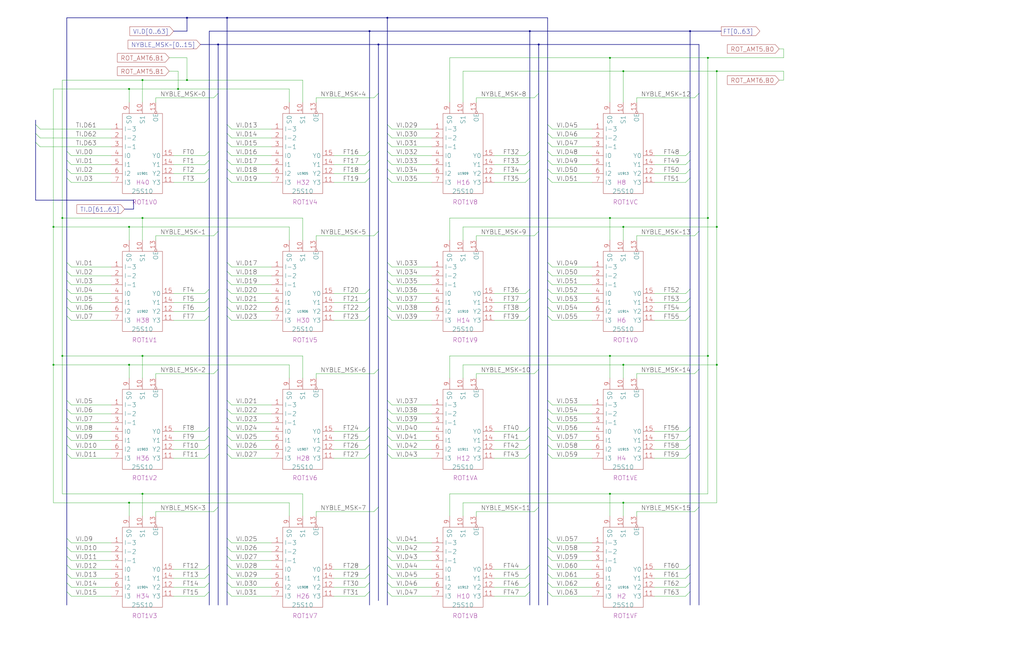
<source format=kicad_sch>
(kicad_sch (version 20250114) (generator "eeschema") (generator_version "9.0")
  (paper "User" 584.2 378.46)
  (title_block (title "ROTATOR TIER1/VALUE HALF") (date "20-MAR-90") (rev "1.0") (comment 1 "FIU") (comment 2 "232-003065") (comment 3 "S400") (comment 4 "RELEASED"))
  (junction (at 73.66 208.28))
  (junction (at 73.66 287.02))
  (junction (at 210.82 17.78))
  (junction (at 106.68 45.72))
  (junction (at 129.54 10.16))
  (junction (at 347.98 203.2))
  (junction (at 408.94 129.54))
  (junction (at 220.98 10.16))
  (junction (at 81.28 203.2))
  (junction (at 393.7 17.78))
  (junction (at 355.6 40.64))
  (junction (at 35.56 203.2))
  (junction (at 73.66 50.8))
  (junction (at 81.28 281.94))
  (junction (at 347.98 124.46))
  (junction (at 81.28 45.72))
  (junction (at 403.86 33.02))
  (junction (at 30.48 129.54))
  (junction (at 408.94 40.64))
  (junction (at 215.9 25.4))
  (junction (at 81.28 124.46))
  (junction (at 35.56 124.46))
  (junction (at 106.68 10.16))
  (junction (at 347.98 33.02))
  (junction (at 355.6 208.28))
  (junction (at 403.86 124.46))
  (junction (at 355.6 129.54))
  (junction (at 30.48 208.28))
  (junction (at 302.26 17.78))
  (junction (at 408.94 208.28))
  (junction (at 124.46 25.4))
  (junction (at 347.98 281.94))
  (junction (at 73.66 129.54))
  (junction (at 101.6 50.8))
  (junction (at 403.86 203.2))
  (junction (at 355.6 287.02))
  (junction (at 307.34 25.4))
  (bus_entry (at 129.54 332.74) (size 2.54 2.54))
  (bus_entry (at 38.1 170.18) (size 2.54 2.54))
  (bus_entry (at 119.38 248.92) (size -2.54 2.54))
  (bus_entry (at 393.7 165.1) (size -2.54 2.54))
  (bus_entry (at 220.98 327.66) (size 2.54 2.54))
  (bus_entry (at 124.46 53.34) (size -2.54 2.54))
  (bus_entry (at 129.54 96.52) (size 2.54 2.54))
  (bus_entry (at 210.82 259.08) (size -2.54 2.54))
  (bus_entry (at 312.42 228.6) (size 2.54 2.54))
  (bus_entry (at 38.1 101.6) (size 2.54 2.54))
  (bus_entry (at 210.82 248.92) (size -2.54 2.54))
  (bus_entry (at 38.1 307.34) (size 2.54 2.54))
  (bus_entry (at 210.82 96.52) (size -2.54 2.54))
  (bus_entry (at 302.26 180.34) (size -2.54 2.54))
  (bus_entry (at 312.42 96.52) (size 2.54 2.54))
  (bus_entry (at 129.54 322.58) (size 2.54 2.54))
  (bus_entry (at 398.78 210.82) (size -2.54 2.54))
  (bus_entry (at 38.1 154.94) (size 2.54 2.54))
  (bus_entry (at 20.32 71.12) (size 2.54 2.54))
  (bus_entry (at 302.26 91.44) (size -2.54 2.54))
  (bus_entry (at 119.38 96.52) (size -2.54 2.54))
  (bus_entry (at 307.34 210.82) (size -2.54 2.54))
  (bus_entry (at 220.98 170.18) (size 2.54 2.54))
  (bus_entry (at 38.1 243.84) (size 2.54 2.54))
  (bus_entry (at 210.82 165.1) (size -2.54 2.54))
  (bus_entry (at 302.26 327.66) (size -2.54 2.54))
  (bus_entry (at 302.26 322.58) (size -2.54 2.54))
  (bus_entry (at 307.34 289.56) (size -2.54 2.54))
  (bus_entry (at 129.54 71.12) (size 2.54 2.54))
  (bus_entry (at 312.42 81.28) (size 2.54 2.54))
  (bus_entry (at 119.38 175.26) (size -2.54 2.54))
  (bus_entry (at 119.38 170.18) (size -2.54 2.54))
  (bus_entry (at 210.82 243.84) (size -2.54 2.54))
  (bus_entry (at 129.54 238.76) (size 2.54 2.54))
  (bus_entry (at 38.1 337.82) (size 2.54 2.54))
  (bus_entry (at 302.26 243.84) (size -2.54 2.54))
  (bus_entry (at 124.46 289.56) (size -2.54 2.54))
  (bus_entry (at 312.42 317.5) (size 2.54 2.54))
  (bus_entry (at 312.42 259.08) (size 2.54 2.54))
  (bus_entry (at 38.1 165.1) (size 2.54 2.54))
  (bus_entry (at 129.54 175.26) (size 2.54 2.54))
  (bus_entry (at 38.1 259.08) (size 2.54 2.54))
  (bus_entry (at 38.1 149.86) (size 2.54 2.54))
  (bus_entry (at 129.54 154.94) (size 2.54 2.54))
  (bus_entry (at 302.26 248.92) (size -2.54 2.54))
  (bus_entry (at 119.38 101.6) (size -2.54 2.54))
  (bus_entry (at 220.98 165.1) (size 2.54 2.54))
  (bus_entry (at 210.82 91.44) (size -2.54 2.54))
  (bus_entry (at 312.42 327.66) (size 2.54 2.54))
  (bus_entry (at 129.54 91.44) (size 2.54 2.54))
  (bus_entry (at 38.1 86.36) (size 2.54 2.54))
  (bus_entry (at 129.54 101.6) (size 2.54 2.54))
  (bus_entry (at 38.1 160.02) (size 2.54 2.54))
  (bus_entry (at 393.7 180.34) (size -2.54 2.54))
  (bus_entry (at 119.38 86.36) (size -2.54 2.54))
  (bus_entry (at 129.54 165.1) (size 2.54 2.54))
  (bus_entry (at 312.42 165.1) (size 2.54 2.54))
  (bus_entry (at 393.7 254) (size -2.54 2.54))
  (bus_entry (at 210.82 86.36) (size -2.54 2.54))
  (bus_entry (at 38.1 327.66) (size 2.54 2.54))
  (bus_entry (at 398.78 289.56) (size -2.54 2.54))
  (bus_entry (at 312.42 91.44) (size 2.54 2.54))
  (bus_entry (at 312.42 180.34) (size 2.54 2.54))
  (bus_entry (at 129.54 327.66) (size 2.54 2.54))
  (bus_entry (at 220.98 180.34) (size 2.54 2.54))
  (bus_entry (at 398.78 132.08) (size -2.54 2.54))
  (bus_entry (at 312.42 160.02) (size 2.54 2.54))
  (bus_entry (at 210.82 337.82) (size -2.54 2.54))
  (bus_entry (at 210.82 101.6) (size -2.54 2.54))
  (bus_entry (at 38.1 332.74) (size 2.54 2.54))
  (bus_entry (at 312.42 238.76) (size 2.54 2.54))
  (bus_entry (at 38.1 91.44) (size 2.54 2.54))
  (bus_entry (at 129.54 248.92) (size 2.54 2.54))
  (bus_entry (at 312.42 233.68) (size 2.54 2.54))
  (bus_entry (at 210.82 322.58) (size -2.54 2.54))
  (bus_entry (at 129.54 254) (size 2.54 2.54))
  (bus_entry (at 220.98 86.36) (size 2.54 2.54))
  (bus_entry (at 119.38 259.08) (size -2.54 2.54))
  (bus_entry (at 220.98 233.68) (size 2.54 2.54))
  (bus_entry (at 119.38 180.34) (size -2.54 2.54))
  (bus_entry (at 393.7 86.36) (size -2.54 2.54))
  (bus_entry (at 220.98 259.08) (size 2.54 2.54))
  (bus_entry (at 119.38 165.1) (size -2.54 2.54))
  (bus_entry (at 38.1 254) (size 2.54 2.54))
  (bus_entry (at 38.1 238.76) (size 2.54 2.54))
  (bus_entry (at 307.34 53.34) (size -2.54 2.54))
  (bus_entry (at 312.42 101.6) (size 2.54 2.54))
  (bus_entry (at 312.42 71.12) (size 2.54 2.54))
  (bus_entry (at 393.7 332.74) (size -2.54 2.54))
  (bus_entry (at 38.1 322.58) (size 2.54 2.54))
  (bus_entry (at 129.54 243.84) (size 2.54 2.54))
  (bus_entry (at 302.26 337.82) (size -2.54 2.54))
  (bus_entry (at 129.54 81.28) (size 2.54 2.54))
  (bus_entry (at 129.54 149.86) (size 2.54 2.54))
  (bus_entry (at 393.7 175.26) (size -2.54 2.54))
  (bus_entry (at 129.54 233.68) (size 2.54 2.54))
  (bus_entry (at 220.98 322.58) (size 2.54 2.54))
  (bus_entry (at 307.34 132.08) (size -2.54 2.54))
  (bus_entry (at 119.38 254) (size -2.54 2.54))
  (bus_entry (at 220.98 149.86) (size 2.54 2.54))
  (bus_entry (at 302.26 259.08) (size -2.54 2.54))
  (bus_entry (at 38.1 312.42) (size 2.54 2.54))
  (bus_entry (at 220.98 317.5) (size 2.54 2.54))
  (bus_entry (at 302.26 254) (size -2.54 2.54))
  (bus_entry (at 210.82 332.74) (size -2.54 2.54))
  (bus_entry (at 312.42 170.18) (size 2.54 2.54))
  (bus_entry (at 129.54 317.5) (size 2.54 2.54))
  (bus_entry (at 129.54 307.34) (size 2.54 2.54))
  (bus_entry (at 393.7 259.08) (size -2.54 2.54))
  (bus_entry (at 393.7 248.92) (size -2.54 2.54))
  (bus_entry (at 393.7 243.84) (size -2.54 2.54))
  (bus_entry (at 393.7 322.58) (size -2.54 2.54))
  (bus_entry (at 210.82 327.66) (size -2.54 2.54))
  (bus_entry (at 215.9 132.08) (size -2.54 2.54))
  (bus_entry (at 119.38 327.66) (size -2.54 2.54))
  (bus_entry (at 220.98 332.74) (size 2.54 2.54))
  (bus_entry (at 393.7 170.18) (size -2.54 2.54))
  (bus_entry (at 393.7 96.52) (size -2.54 2.54))
  (bus_entry (at 38.1 175.26) (size 2.54 2.54))
  (bus_entry (at 312.42 322.58) (size 2.54 2.54))
  (bus_entry (at 38.1 96.52) (size 2.54 2.54))
  (bus_entry (at 220.98 312.42) (size 2.54 2.54))
  (bus_entry (at 215.9 210.82) (size -2.54 2.54))
  (bus_entry (at 20.32 81.28) (size 2.54 2.54))
  (bus_entry (at 220.98 101.6) (size 2.54 2.54))
  (bus_entry (at 220.98 71.12) (size 2.54 2.54))
  (bus_entry (at 119.38 91.44) (size -2.54 2.54))
  (bus_entry (at 119.38 337.82) (size -2.54 2.54))
  (bus_entry (at 210.82 254) (size -2.54 2.54))
  (bus_entry (at 312.42 149.86) (size 2.54 2.54))
  (bus_entry (at 302.26 101.6) (size -2.54 2.54))
  (bus_entry (at 220.98 160.02) (size 2.54 2.54))
  (bus_entry (at 129.54 259.08) (size 2.54 2.54))
  (bus_entry (at 312.42 337.82) (size 2.54 2.54))
  (bus_entry (at 215.9 53.34) (size -2.54 2.54))
  (bus_entry (at 220.98 81.28) (size 2.54 2.54))
  (bus_entry (at 220.98 76.2) (size 2.54 2.54))
  (bus_entry (at 38.1 317.5) (size 2.54 2.54))
  (bus_entry (at 210.82 180.34) (size -2.54 2.54))
  (bus_entry (at 119.38 332.74) (size -2.54 2.54))
  (bus_entry (at 312.42 248.92) (size 2.54 2.54))
  (bus_entry (at 220.98 243.84) (size 2.54 2.54))
  (bus_entry (at 312.42 76.2) (size 2.54 2.54))
  (bus_entry (at 129.54 337.82) (size 2.54 2.54))
  (bus_entry (at 302.26 332.74) (size -2.54 2.54))
  (bus_entry (at 124.46 210.82) (size -2.54 2.54))
  (bus_entry (at 129.54 170.18) (size 2.54 2.54))
  (bus_entry (at 119.38 322.58) (size -2.54 2.54))
  (bus_entry (at 220.98 154.94) (size 2.54 2.54))
  (bus_entry (at 124.46 132.08) (size -2.54 2.54))
  (bus_entry (at 38.1 228.6) (size 2.54 2.54))
  (bus_entry (at 312.42 254) (size 2.54 2.54))
  (bus_entry (at 393.7 337.82) (size -2.54 2.54))
  (bus_entry (at 129.54 228.6) (size 2.54 2.54))
  (bus_entry (at 312.42 312.42) (size 2.54 2.54))
  (bus_entry (at 215.9 289.56) (size -2.54 2.54))
  (bus_entry (at 312.42 86.36) (size 2.54 2.54))
  (bus_entry (at 302.26 165.1) (size -2.54 2.54))
  (bus_entry (at 312.42 175.26) (size 2.54 2.54))
  (bus_entry (at 119.38 243.84) (size -2.54 2.54))
  (bus_entry (at 220.98 337.82) (size 2.54 2.54))
  (bus_entry (at 220.98 228.6) (size 2.54 2.54))
  (bus_entry (at 129.54 180.34) (size 2.54 2.54))
  (bus_entry (at 220.98 254) (size 2.54 2.54))
  (bus_entry (at 220.98 96.52) (size 2.54 2.54))
  (bus_entry (at 129.54 86.36) (size 2.54 2.54))
  (bus_entry (at 38.1 233.68) (size 2.54 2.54))
  (bus_entry (at 302.26 86.36) (size -2.54 2.54))
  (bus_entry (at 393.7 101.6) (size -2.54 2.54))
  (bus_entry (at 220.98 238.76) (size 2.54 2.54))
  (bus_entry (at 210.82 170.18) (size -2.54 2.54))
  (bus_entry (at 312.42 154.94) (size 2.54 2.54))
  (bus_entry (at 220.98 248.92) (size 2.54 2.54))
  (bus_entry (at 220.98 175.26) (size 2.54 2.54))
  (bus_entry (at 38.1 180.34) (size 2.54 2.54))
  (bus_entry (at 302.26 96.52) (size -2.54 2.54))
  (bus_entry (at 129.54 160.02) (size 2.54 2.54))
  (bus_entry (at 312.42 332.74) (size 2.54 2.54))
  (bus_entry (at 220.98 91.44) (size 2.54 2.54))
  (bus_entry (at 398.78 53.34) (size -2.54 2.54))
  (bus_entry (at 312.42 307.34) (size 2.54 2.54))
  (bus_entry (at 302.26 175.26) (size -2.54 2.54))
  (bus_entry (at 210.82 175.26) (size -2.54 2.54))
  (bus_entry (at 393.7 327.66) (size -2.54 2.54))
  (bus_entry (at 129.54 312.42) (size 2.54 2.54))
  (bus_entry (at 20.32 76.2) (size 2.54 2.54))
  (bus_entry (at 302.26 170.18) (size -2.54 2.54))
  (bus_entry (at 129.54 76.2) (size 2.54 2.54))
  (bus_entry (at 38.1 248.92) (size 2.54 2.54))
  (bus_entry (at 393.7 91.44) (size -2.54 2.54))
  (bus_entry (at 312.42 243.84) (size 2.54 2.54))
  (bus_entry (at 220.98 307.34) (size 2.54 2.54))
  (bus (pts (xy 302.26 259.08) (xy 302.26 322.58)))
  (wire (pts (xy 264.16 40.64) (xy 355.6 40.64)))
  (wire (pts (xy 101.6 40.64) (xy 101.6 50.8)))
  (wire (pts (xy 40.64 93.98) (xy 63.5 93.98)))
  (bus (pts (xy 124.46 210.82) (xy 124.46 289.56)))
  (wire (pts (xy 355.6 208.28) (xy 264.16 208.28)))
  (wire (pts (xy 223.52 241.3) (xy 246.38 241.3)))
  (wire (pts (xy 223.52 177.8) (xy 246.38 177.8)))
  (bus (pts (xy 119.38 332.74) (xy 119.38 337.82)))
  (bus (pts (xy 302.26 322.58) (xy 302.26 327.66)))
  (wire (pts (xy 256.54 124.46) (xy 347.98 124.46)))
  (bus (pts (xy 215.9 289.56) (xy 215.9 342.9)))
  (wire (pts (xy 106.68 33.02) (xy 106.68 45.72)))
  (wire (pts (xy 264.16 287.02) (xy 355.6 287.02)))
  (wire (pts (xy 314.96 335.28) (xy 337.82 335.28)))
  (wire (pts (xy 190.5 104.14) (xy 208.28 104.14)))
  (wire (pts (xy 281.94 167.64) (xy 299.72 167.64)))
  (wire (pts (xy 223.52 93.98) (xy 246.38 93.98)))
  (bus (pts (xy 398.78 132.08) (xy 398.78 210.82)))
  (wire (pts (xy 132.08 162.56) (xy 154.94 162.56)))
  (bus (pts (xy 220.98 243.84) (xy 220.98 248.92)))
  (wire (pts (xy 40.64 152.4) (xy 63.5 152.4)))
  (wire (pts (xy 355.6 40.64) (xy 355.6 58.42)))
  (bus (pts (xy 312.42 160.02) (xy 312.42 165.1)))
  (wire (pts (xy 447.04 33.02) (xy 403.86 33.02)))
  (bus (pts (xy 398.78 210.82) (xy 398.78 289.56)))
  (wire (pts (xy 81.28 45.72) (xy 81.28 58.42)))
  (bus (pts (xy 312.42 71.12) (xy 312.42 76.2)))
  (wire (pts (xy 444.5 45.72) (xy 447.04 45.72)))
  (wire (pts (xy 281.94 182.88) (xy 299.72 182.88)))
  (wire (pts (xy 132.08 261.62) (xy 154.94 261.62)))
  (wire (pts (xy 223.52 162.56) (xy 246.38 162.56)))
  (wire (pts (xy 81.28 203.2) (xy 81.28 215.9)))
  (wire (pts (xy 190.5 256.54) (xy 208.28 256.54)))
  (bus (pts (xy 312.42 76.2) (xy 312.42 81.28)))
  (bus (pts (xy 312.42 233.68) (xy 312.42 238.76)))
  (bus (pts (xy 119.38 254) (xy 119.38 259.08)))
  (bus (pts (xy 220.98 154.94) (xy 220.98 160.02)))
  (bus (pts (xy 119.38 17.78) (xy 119.38 86.36)))
  (wire (pts (xy 190.5 182.88) (xy 208.28 182.88)))
  (bus (pts (xy 210.82 180.34) (xy 210.82 243.84)))
  (bus (pts (xy 210.82 175.26) (xy 210.82 180.34)))
  (wire (pts (xy 281.94 177.8) (xy 299.72 177.8)))
  (wire (pts (xy 81.28 281.94) (xy 35.56 281.94)))
  (wire (pts (xy 190.5 99.06) (xy 208.28 99.06)))
  (bus (pts (xy 220.98 170.18) (xy 220.98 175.26)))
  (bus (pts (xy 38.1 149.86) (xy 38.1 154.94)))
  (bus (pts (xy 302.26 327.66) (xy 302.26 332.74)))
  (bus (pts (xy 312.42 248.92) (xy 312.42 254)))
  (bus (pts (xy 119.38 165.1) (xy 119.38 170.18)))
  (wire (pts (xy 190.5 330.2) (xy 208.28 330.2)))
  (wire (pts (xy 444.5 27.94) (xy 447.04 27.94)))
  (wire (pts (xy 363.22 213.36) (xy 363.22 215.9)))
  (bus (pts (xy 312.42 175.26) (xy 312.42 180.34)))
  (wire (pts (xy 314.96 251.46) (xy 337.82 251.46)))
  (wire (pts (xy 40.64 172.72) (xy 63.5 172.72)))
  (wire (pts (xy 314.96 93.98) (xy 337.82 93.98)))
  (wire (pts (xy 99.06 325.12) (xy 116.84 325.12)))
  (wire (pts (xy 223.52 167.64) (xy 246.38 167.64)))
  (bus (pts (xy 38.1 332.74) (xy 38.1 337.82)))
  (bus (pts (xy 129.54 154.94) (xy 129.54 160.02)))
  (wire (pts (xy 81.28 45.72) (xy 106.68 45.72)))
  (bus (pts (xy 129.54 259.08) (xy 129.54 307.34)))
  (bus (pts (xy 312.42 259.08) (xy 312.42 307.34)))
  (wire (pts (xy 373.38 99.06) (xy 391.16 99.06)))
  (wire (pts (xy 347.98 33.02) (xy 347.98 58.42)))
  (wire (pts (xy 132.08 246.38) (xy 154.94 246.38)))
  (wire (pts (xy 403.86 33.02) (xy 403.86 124.46)))
  (bus (pts (xy 129.54 327.66) (xy 129.54 332.74)))
  (bus (pts (xy 210.82 17.78) (xy 302.26 17.78)))
  (wire (pts (xy 314.96 246.38) (xy 337.82 246.38)))
  (wire (pts (xy 408.94 208.28) (xy 355.6 208.28)))
  (wire (pts (xy 35.56 281.94) (xy 35.56 203.2)))
  (wire (pts (xy 281.94 261.62) (xy 299.72 261.62)))
  (wire (pts (xy 314.96 83.82) (xy 337.82 83.82)))
  (wire (pts (xy 40.64 330.2) (xy 63.5 330.2)))
  (bus (pts (xy 393.7 259.08) (xy 393.7 322.58)))
  (bus (pts (xy 220.98 86.36) (xy 220.98 91.44)))
  (wire (pts (xy 132.08 309.88) (xy 154.94 309.88)))
  (bus (pts (xy 129.54 175.26) (xy 129.54 180.34)))
  (bus (pts (xy 129.54 101.6) (xy 129.54 149.86)))
  (bus (pts (xy 129.54 10.16) (xy 220.98 10.16)))
  (bus (pts (xy 129.54 10.16) (xy 129.54 71.12)))
  (bus (pts (xy 312.42 91.44) (xy 312.42 96.52)))
  (bus (pts (xy 302.26 332.74) (xy 302.26 337.82)))
  (bus (pts (xy 393.7 175.26) (xy 393.7 180.34)))
  (bus (pts (xy 312.42 96.52) (xy 312.42 101.6)))
  (wire (pts (xy 314.96 330.2) (xy 337.82 330.2)))
  (wire (pts (xy 132.08 93.98) (xy 154.94 93.98)))
  (bus (pts (xy 302.26 337.82) (xy 302.26 345.44)))
  (bus (pts (xy 210.82 243.84) (xy 210.82 248.92)))
  (wire (pts (xy 132.08 256.54) (xy 154.94 256.54)))
  (bus (pts (xy 215.9 53.34) (xy 215.9 132.08)))
  (wire (pts (xy 223.52 309.88) (xy 246.38 309.88)))
  (bus (pts (xy 38.1 170.18) (xy 38.1 175.26)))
  (wire (pts (xy 132.08 104.14) (xy 154.94 104.14)))
  (wire (pts (xy 132.08 177.8) (xy 154.94 177.8)))
  (wire (pts (xy 355.6 287.02) (xy 408.94 287.02)))
  (bus (pts (xy 210.82 254) (xy 210.82 259.08)))
  (bus (pts (xy 99.06 17.78) (xy 106.68 17.78)))
  (bus (pts (xy 215.9 25.4) (xy 215.9 53.34)))
  (wire (pts (xy 223.52 152.4) (xy 246.38 152.4)))
  (wire (pts (xy 373.38 251.46) (xy 391.16 251.46)))
  (bus (pts (xy 38.1 243.84) (xy 38.1 248.92)))
  (bus (pts (xy 38.1 101.6) (xy 38.1 149.86)))
  (wire (pts (xy 30.48 208.28) (xy 30.48 129.54)))
  (bus (pts (xy 302.26 248.92) (xy 302.26 254)))
  (bus (pts (xy 220.98 307.34) (xy 220.98 312.42)))
  (wire (pts (xy 40.64 340.36) (xy 63.5 340.36)))
  (bus (pts (xy 119.38 175.26) (xy 119.38 180.34)))
  (wire (pts (xy 40.64 309.88) (xy 63.5 309.88)))
  (bus (pts (xy 129.54 96.52) (xy 129.54 101.6)))
  (wire (pts (xy 172.72 203.2) (xy 172.72 215.9)))
  (bus (pts (xy 129.54 170.18) (xy 129.54 175.26)))
  (wire (pts (xy 172.72 281.94) (xy 172.72 294.64)))
  (bus (pts (xy 38.1 254) (xy 38.1 259.08)))
  (wire (pts (xy 223.52 330.2) (xy 246.38 330.2)))
  (wire (pts (xy 281.94 104.14) (xy 299.72 104.14)))
  (wire (pts (xy 347.98 203.2) (xy 347.98 215.9)))
  (wire (pts (xy 271.78 213.36) (xy 304.8 213.36)))
  (bus (pts (xy 302.26 17.78) (xy 393.7 17.78)))
  (wire (pts (xy 373.38 93.98) (xy 391.16 93.98)))
  (wire (pts (xy 373.38 246.38) (xy 391.16 246.38)))
  (wire (pts (xy 99.06 88.9) (xy 116.84 88.9)))
  (bus (pts (xy 38.1 238.76) (xy 38.1 243.84)))
  (wire (pts (xy 223.52 251.46) (xy 246.38 251.46)))
  (wire (pts (xy 101.6 50.8) (xy 165.1 50.8)))
  (wire (pts (xy 190.5 325.12) (xy 208.28 325.12)))
  (wire (pts (xy 223.52 340.36) (xy 246.38 340.36)))
  (bus (pts (xy 129.54 81.28) (xy 129.54 86.36)))
  (wire (pts (xy 99.06 340.36) (xy 116.84 340.36)))
  (wire (pts (xy 223.52 104.14) (xy 246.38 104.14)))
  (bus (pts (xy 302.26 165.1) (xy 302.26 170.18)))
  (wire (pts (xy 373.38 340.36) (xy 391.16 340.36)))
  (bus (pts (xy 220.98 10.16) (xy 312.42 10.16)))
  (wire (pts (xy 40.64 236.22) (xy 63.5 236.22)))
  (wire (pts (xy 223.52 325.12) (xy 246.38 325.12)))
  (wire (pts (xy 281.94 246.38) (xy 299.72 246.38)))
  (wire (pts (xy 314.96 78.74) (xy 337.82 78.74)))
  (wire (pts (xy 271.78 213.36) (xy 271.78 215.9)))
  (bus (pts (xy 302.26 86.36) (xy 302.26 91.44)))
  (bus (pts (xy 124.46 25.4) (xy 124.46 53.34)))
  (wire (pts (xy 190.5 167.64) (xy 208.28 167.64)))
  (bus (pts (xy 210.82 259.08) (xy 210.82 322.58)))
  (wire (pts (xy 165.1 287.02) (xy 165.1 294.64)))
  (wire (pts (xy 355.6 129.54) (xy 355.6 137.16)))
  (bus (pts (xy 393.7 332.74) (xy 393.7 337.82)))
  (bus (pts (xy 312.42 327.66) (xy 312.42 332.74)))
  (bus (pts (xy 38.1 322.58) (xy 38.1 327.66)))
  (wire (pts (xy 30.48 50.8) (xy 73.66 50.8)))
  (bus (pts (xy 398.78 25.4) (xy 398.78 53.34)))
  (wire (pts (xy 281.94 172.72) (xy 299.72 172.72)))
  (wire (pts (xy 40.64 167.64) (xy 63.5 167.64)))
  (bus (pts (xy 38.1 228.6) (xy 38.1 233.68)))
  (wire (pts (xy 281.94 251.46) (xy 299.72 251.46)))
  (wire (pts (xy 314.96 157.48) (xy 337.82 157.48)))
  (wire (pts (xy 347.98 281.94) (xy 347.98 294.64)))
  (bus (pts (xy 302.26 254) (xy 302.26 259.08)))
  (wire (pts (xy 223.52 236.22) (xy 246.38 236.22)))
  (wire (pts (xy 40.64 251.46) (xy 63.5 251.46)))
  (bus (pts (xy 312.42 312.42) (xy 312.42 317.5)))
  (bus (pts (xy 119.38 96.52) (xy 119.38 101.6)))
  (wire (pts (xy 314.96 309.88) (xy 337.82 309.88)))
  (bus (pts (xy 302.26 96.52) (xy 302.26 101.6)))
  (bus (pts (xy 106.68 17.78) (xy 106.68 10.16)))
  (bus (pts (xy 307.34 25.4) (xy 398.78 25.4)))
  (bus (pts (xy 220.98 254) (xy 220.98 259.08)))
  (wire (pts (xy 408.94 129.54) (xy 408.94 208.28)))
  (bus (pts (xy 119.38 91.44) (xy 119.38 96.52)))
  (wire (pts (xy 73.66 50.8) (xy 101.6 50.8)))
  (wire (pts (xy 363.22 292.1) (xy 396.24 292.1)))
  (bus (pts (xy 393.7 248.92) (xy 393.7 254)))
  (bus (pts (xy 312.42 170.18) (xy 312.42 175.26)))
  (wire (pts (xy 35.56 124.46) (xy 35.56 45.72)))
  (wire (pts (xy 363.22 55.88) (xy 363.22 58.42)))
  (wire (pts (xy 132.08 330.2) (xy 154.94 330.2)))
  (bus (pts (xy 398.78 53.34) (xy 398.78 132.08)))
  (wire (pts (xy 314.96 104.14) (xy 337.82 104.14)))
  (bus (pts (xy 312.42 337.82) (xy 312.42 345.44)))
  (bus (pts (xy 124.46 25.4) (xy 215.9 25.4)))
  (bus (pts (xy 215.9 132.08) (xy 215.9 210.82)))
  (wire (pts (xy 355.6 40.64) (xy 408.94 40.64)))
  (bus (pts (xy 210.82 337.82) (xy 210.82 345.44)))
  (bus (pts (xy 220.98 160.02) (xy 220.98 165.1)))
  (bus (pts (xy 119.38 170.18) (xy 119.38 175.26)))
  (bus (pts (xy 210.82 170.18) (xy 210.82 175.26)))
  (wire (pts (xy 271.78 55.88) (xy 271.78 58.42)))
  (wire (pts (xy 73.66 50.8) (xy 73.66 58.42)))
  (bus (pts (xy 393.7 243.84) (xy 393.7 248.92)))
  (wire (pts (xy 314.96 177.8) (xy 337.82 177.8)))
  (wire (pts (xy 73.66 208.28) (xy 73.66 215.9)))
  (bus (pts (xy 119.38 17.78) (xy 210.82 17.78)))
  (wire (pts (xy 88.9 55.88) (xy 121.92 55.88)))
  (bus (pts (xy 124.46 132.08) (xy 124.46 210.82)))
  (wire (pts (xy 314.96 99.06) (xy 337.82 99.06)))
  (wire (pts (xy 281.94 256.54) (xy 299.72 256.54)))
  (bus (pts (xy 307.34 289.56) (xy 307.34 345.44)))
  (bus (pts (xy 38.1 96.52) (xy 38.1 101.6)))
  (wire (pts (xy 314.96 256.54) (xy 337.82 256.54)))
  (wire (pts (xy 132.08 340.36) (xy 154.94 340.36)))
  (bus (pts (xy 76.2 119.38) (xy 76.2 114.3)))
  (bus (pts (xy 302.26 175.26) (xy 302.26 180.34)))
  (wire (pts (xy 81.28 281.94) (xy 81.28 294.64)))
  (bus (pts (xy 312.42 322.58) (xy 312.42 327.66)))
  (wire (pts (xy 223.52 157.48) (xy 246.38 157.48)))
  (bus (pts (xy 210.82 96.52) (xy 210.82 101.6)))
  (wire (pts (xy 190.5 335.28) (xy 208.28 335.28)))
  (wire (pts (xy 180.34 292.1) (xy 180.34 294.64)))
  (wire (pts (xy 99.06 104.14) (xy 116.84 104.14)))
  (wire (pts (xy 363.22 213.36) (xy 396.24 213.36)))
  (wire (pts (xy 99.06 99.06) (xy 116.84 99.06)))
  (bus (pts (xy 129.54 180.34) (xy 129.54 228.6)))
  (wire (pts (xy 281.94 93.98) (xy 299.72 93.98)))
  (wire (pts (xy 223.52 256.54) (xy 246.38 256.54)))
  (wire (pts (xy 355.6 129.54) (xy 408.94 129.54)))
  (bus (pts (xy 312.42 180.34) (xy 312.42 228.6)))
  (bus (pts (xy 38.1 307.34) (xy 38.1 312.42)))
  (wire (pts (xy 256.54 33.02) (xy 256.54 58.42)))
  (wire (pts (xy 373.38 88.9) (xy 391.16 88.9)))
  (wire (pts (xy 30.48 129.54) (xy 30.48 50.8)))
  (bus (pts (xy 210.82 165.1) (xy 210.82 170.18)))
  (bus (pts (xy 312.42 101.6) (xy 312.42 149.86)))
  (wire (pts (xy 88.9 55.88) (xy 88.9 58.42)))
  (wire (pts (xy 22.86 83.82) (xy 63.5 83.82)))
  (wire (pts (xy 40.64 246.38) (xy 63.5 246.38)))
  (bus (pts (xy 129.54 322.58) (xy 129.54 327.66)))
  (wire (pts (xy 190.5 340.36) (xy 208.28 340.36)))
  (wire (pts (xy 132.08 88.9) (xy 154.94 88.9)))
  (bus (pts (xy 215.9 210.82) (xy 215.9 289.56)))
  (wire (pts (xy 347.98 33.02) (xy 403.86 33.02)))
  (wire (pts (xy 281.94 330.2) (xy 299.72 330.2)))
  (wire (pts (xy 132.08 335.28) (xy 154.94 335.28)))
  (bus (pts (xy 307.34 210.82) (xy 307.34 289.56)))
  (bus (pts (xy 312.42 307.34) (xy 312.42 312.42)))
  (wire (pts (xy 40.64 104.14) (xy 63.5 104.14)))
  (wire (pts (xy 22.86 78.74) (xy 63.5 78.74)))
  (wire (pts (xy 190.5 246.38) (xy 208.28 246.38)))
  (wire (pts (xy 132.08 157.48) (xy 154.94 157.48)))
  (wire (pts (xy 355.6 208.28) (xy 355.6 215.9)))
  (bus (pts (xy 215.9 25.4) (xy 307.34 25.4)))
  (bus (pts (xy 38.1 259.08) (xy 38.1 307.34)))
  (wire (pts (xy 271.78 134.62) (xy 304.8 134.62)))
  (wire (pts (xy 271.78 292.1) (xy 271.78 294.64)))
  (bus (pts (xy 76.2 114.3) (xy 20.32 114.3)))
  (wire (pts (xy 106.68 45.72) (xy 172.72 45.72)))
  (wire (pts (xy 223.52 261.62) (xy 246.38 261.62)))
  (bus (pts (xy 220.98 332.74) (xy 220.98 337.82)))
  (bus (pts (xy 393.7 327.66) (xy 393.7 332.74)))
  (wire (pts (xy 264.16 40.64) (xy 264.16 58.42)))
  (wire (pts (xy 40.64 182.88) (xy 63.5 182.88)))
  (wire (pts (xy 35.56 124.46) (xy 81.28 124.46)))
  (wire (pts (xy 73.66 287.02) (xy 165.1 287.02)))
  (wire (pts (xy 223.52 246.38) (xy 246.38 246.38)))
  (wire (pts (xy 73.66 287.02) (xy 73.66 294.64)))
  (bus (pts (xy 220.98 175.26) (xy 220.98 180.34)))
  (bus (pts (xy 220.98 233.68) (xy 220.98 238.76)))
  (wire (pts (xy 73.66 129.54) (xy 165.1 129.54)))
  (wire (pts (xy 35.56 203.2) (xy 35.56 124.46)))
  (wire (pts (xy 88.9 292.1) (xy 121.92 292.1)))
  (wire (pts (xy 256.54 281.94) (xy 256.54 294.64)))
  (bus (pts (xy 129.54 337.82) (xy 129.54 345.44)))
  (wire (pts (xy 373.38 261.62) (xy 391.16 261.62)))
  (wire (pts (xy 40.64 177.8) (xy 63.5 177.8)))
  (wire (pts (xy 223.52 320.04) (xy 246.38 320.04)))
  (wire (pts (xy 223.52 231.14) (xy 246.38 231.14)))
  (wire (pts (xy 132.08 73.66) (xy 154.94 73.66)))
  (wire (pts (xy 81.28 124.46) (xy 81.28 137.16)))
  (bus (pts (xy 302.26 170.18) (xy 302.26 175.26)))
  (bus (pts (xy 129.54 91.44) (xy 129.54 96.52)))
  (bus (pts (xy 38.1 327.66) (xy 38.1 332.74)))
  (wire (pts (xy 172.72 124.46) (xy 172.72 137.16)))
  (wire (pts (xy 223.52 78.74) (xy 246.38 78.74)))
  (wire (pts (xy 180.34 134.62) (xy 180.34 137.16)))
  (bus (pts (xy 210.82 101.6) (xy 210.82 165.1)))
  (wire (pts (xy 165.1 129.54) (xy 165.1 137.16)))
  (wire (pts (xy 22.86 73.66) (xy 63.5 73.66)))
  (bus (pts (xy 129.54 86.36) (xy 129.54 91.44)))
  (wire (pts (xy 314.96 236.22) (xy 337.82 236.22)))
  (bus (pts (xy 129.54 254) (xy 129.54 259.08)))
  (wire (pts (xy 180.34 134.62) (xy 213.36 134.62)))
  (wire (pts (xy 271.78 134.62) (xy 271.78 137.16)))
  (bus (pts (xy 393.7 165.1) (xy 393.7 170.18)))
  (bus (pts (xy 210.82 248.92) (xy 210.82 254)))
  (wire (pts (xy 30.48 208.28) (xy 73.66 208.28)))
  (wire (pts (xy 314.96 320.04) (xy 337.82 320.04)))
  (bus (pts (xy 119.38 248.92) (xy 119.38 254)))
  (wire (pts (xy 35.56 45.72) (xy 81.28 45.72)))
  (bus (pts (xy 38.1 312.42) (xy 38.1 317.5)))
  (bus (pts (xy 393.7 254) (xy 393.7 259.08)))
  (wire (pts (xy 403.86 203.2) (xy 347.98 203.2)))
  (wire (pts (xy 99.06 335.28) (xy 116.84 335.28)))
  (bus (pts (xy 20.32 81.28) (xy 20.32 114.3)))
  (wire (pts (xy 96.52 40.64) (xy 101.6 40.64)))
  (bus (pts (xy 302.26 17.78) (xy 302.26 86.36)))
  (wire (pts (xy 223.52 314.96) (xy 246.38 314.96)))
  (wire (pts (xy 223.52 172.72) (xy 246.38 172.72)))
  (bus (pts (xy 312.42 243.84) (xy 312.42 248.92)))
  (wire (pts (xy 81.28 281.94) (xy 172.72 281.94)))
  (wire (pts (xy 271.78 292.1) (xy 304.8 292.1)))
  (bus (pts (xy 129.54 243.84) (xy 129.54 248.92)))
  (bus (pts (xy 119.38 327.66) (xy 119.38 332.74)))
  (wire (pts (xy 88.9 213.36) (xy 88.9 215.9)))
  (wire (pts (xy 314.96 241.3) (xy 337.82 241.3)))
  (bus (pts (xy 129.54 248.92) (xy 129.54 254)))
  (bus (pts (xy 38.1 165.1) (xy 38.1 170.18)))
  (wire (pts (xy 347.98 281.94) (xy 403.86 281.94)))
  (wire (pts (xy 99.06 172.72) (xy 116.84 172.72)))
  (wire (pts (xy 403.86 281.94) (xy 403.86 203.2)))
  (wire (pts (xy 281.94 340.36) (xy 299.72 340.36)))
  (wire (pts (xy 408.94 40.64) (xy 408.94 129.54)))
  (wire (pts (xy 73.66 208.28) (xy 165.1 208.28)))
  (wire (pts (xy 314.96 314.96) (xy 337.82 314.96)))
  (wire (pts (xy 132.08 167.64) (xy 154.94 167.64)))
  (bus (pts (xy 220.98 248.92) (xy 220.98 254)))
  (bus (pts (xy 312.42 86.36) (xy 312.42 91.44)))
  (bus (pts (xy 393.7 17.78) (xy 393.7 86.36)))
  (bus (pts (xy 38.1 10.16) (xy 106.68 10.16)))
  (wire (pts (xy 99.06 167.64) (xy 116.84 167.64)))
  (wire (pts (xy 132.08 320.04) (xy 154.94 320.04)))
  (bus (pts (xy 129.54 307.34) (xy 129.54 312.42)))
  (wire (pts (xy 172.72 45.72) (xy 172.72 58.42)))
  (wire (pts (xy 40.64 162.56) (xy 63.5 162.56)))
  (wire (pts (xy 363.22 292.1) (xy 363.22 294.64)))
  (bus (pts (xy 129.54 76.2) (xy 129.54 81.28)))
  (bus (pts (xy 302.26 243.84) (xy 302.26 248.92)))
  (wire (pts (xy 40.64 320.04) (xy 63.5 320.04)))
  (bus (pts (xy 220.98 238.76) (xy 220.98 243.84)))
  (bus (pts (xy 129.54 233.68) (xy 129.54 238.76)))
  (wire (pts (xy 40.64 88.9) (xy 63.5 88.9)))
  (wire (pts (xy 256.54 33.02) (xy 347.98 33.02)))
  (wire (pts (xy 264.16 287.02) (xy 264.16 294.64)))
  (wire (pts (xy 180.34 292.1) (xy 213.36 292.1)))
  (bus (pts (xy 398.78 289.56) (xy 398.78 345.44)))
  (wire (pts (xy 373.38 177.8) (xy 391.16 177.8)))
  (bus (pts (xy 129.54 312.42) (xy 129.54 317.5)))
  (wire (pts (xy 373.38 335.28) (xy 391.16 335.28)))
  (wire (pts (xy 88.9 292.1) (xy 88.9 294.64)))
  (wire (pts (xy 314.96 167.64) (xy 337.82 167.64)))
  (wire (pts (xy 132.08 251.46) (xy 154.94 251.46)))
  (wire (pts (xy 373.38 167.64) (xy 391.16 167.64)))
  (bus (pts (xy 210.82 322.58) (xy 210.82 327.66)))
  (wire (pts (xy 373.38 330.2) (xy 391.16 330.2)))
  (wire (pts (xy 40.64 335.28) (xy 63.5 335.28)))
  (bus (pts (xy 393.7 170.18) (xy 393.7 175.26)))
  (wire (pts (xy 373.38 104.14) (xy 391.16 104.14)))
  (wire (pts (xy 363.22 134.62) (xy 363.22 137.16)))
  (wire (pts (xy 347.98 124.46) (xy 403.86 124.46)))
  (bus (pts (xy 129.54 165.1) (xy 129.54 170.18)))
  (wire (pts (xy 363.22 134.62) (xy 396.24 134.62)))
  (wire (pts (xy 180.34 213.36) (xy 180.34 215.9)))
  (bus (pts (xy 312.42 332.74) (xy 312.42 337.82)))
  (wire (pts (xy 355.6 287.02) (xy 355.6 294.64)))
  (wire (pts (xy 132.08 99.06) (xy 154.94 99.06)))
  (bus (pts (xy 312.42 254) (xy 312.42 259.08)))
  (wire (pts (xy 40.64 241.3) (xy 63.5 241.3)))
  (wire (pts (xy 314.96 88.9) (xy 337.82 88.9)))
  (bus (pts (xy 307.34 25.4) (xy 307.34 53.34)))
  (bus (pts (xy 20.32 71.12) (xy 20.32 76.2)))
  (wire (pts (xy 256.54 281.94) (xy 347.98 281.94)))
  (bus (pts (xy 38.1 91.44) (xy 38.1 96.52)))
  (wire (pts (xy 256.54 203.2) (xy 256.54 215.9)))
  (bus (pts (xy 38.1 10.16) (xy 38.1 86.36)))
  (wire (pts (xy 99.06 251.46) (xy 116.84 251.46)))
  (bus (pts (xy 119.38 180.34) (xy 119.38 243.84)))
  (wire (pts (xy 373.38 325.12) (xy 391.16 325.12)))
  (wire (pts (xy 190.5 93.98) (xy 208.28 93.98)))
  (wire (pts (xy 271.78 55.88) (xy 304.8 55.88)))
  (wire (pts (xy 165.1 208.28) (xy 165.1 215.9)))
  (wire (pts (xy 40.64 314.96) (xy 63.5 314.96)))
  (wire (pts (xy 99.06 182.88) (xy 116.84 182.88)))
  (bus (pts (xy 220.98 149.86) (xy 220.98 154.94)))
  (wire (pts (xy 373.38 182.88) (xy 391.16 182.88)))
  (wire (pts (xy 373.38 256.54) (xy 391.16 256.54)))
  (bus (pts (xy 20.32 68.58) (xy 20.32 71.12)))
  (wire (pts (xy 408.94 287.02) (xy 408.94 208.28)))
  (wire (pts (xy 223.52 99.06) (xy 246.38 99.06)))
  (bus (pts (xy 38.1 248.92) (xy 38.1 254)))
  (bus (pts (xy 393.7 91.44) (xy 393.7 96.52)))
  (wire (pts (xy 40.64 261.62) (xy 63.5 261.62)))
  (wire (pts (xy 314.96 73.66) (xy 337.82 73.66)))
  (wire (pts (xy 363.22 55.88) (xy 396.24 55.88)))
  (bus (pts (xy 312.42 10.16) (xy 312.42 71.12)))
  (wire (pts (xy 264.16 208.28) (xy 264.16 215.9)))
  (bus (pts (xy 129.54 149.86) (xy 129.54 154.94)))
  (bus (pts (xy 220.98 81.28) (xy 220.98 86.36)))
  (wire (pts (xy 347.98 124.46) (xy 347.98 137.16)))
  (wire (pts (xy 314.96 261.62) (xy 337.82 261.62)))
  (wire (pts (xy 190.5 177.8) (xy 208.28 177.8)))
  (bus (pts (xy 129.54 71.12) (xy 129.54 76.2)))
  (bus (pts (xy 393.7 337.82) (xy 393.7 345.44)))
  (wire (pts (xy 403.86 124.46) (xy 403.86 203.2)))
  (wire (pts (xy 223.52 335.28) (xy 246.38 335.28)))
  (bus (pts (xy 38.1 86.36) (xy 38.1 91.44)))
  (wire (pts (xy 314.96 182.88) (xy 337.82 182.88)))
  (bus (pts (xy 129.54 317.5) (xy 129.54 322.58)))
  (wire (pts (xy 314.96 325.12) (xy 337.82 325.12)))
  (bus (pts (xy 38.1 317.5) (xy 38.1 322.58)))
  (wire (pts (xy 281.94 99.06) (xy 299.72 99.06)))
  (wire (pts (xy 264.16 129.54) (xy 264.16 137.16)))
  (bus (pts (xy 220.98 96.52) (xy 220.98 101.6)))
  (bus (pts (xy 312.42 149.86) (xy 312.42 154.94)))
  (bus (pts (xy 220.98 312.42) (xy 220.98 317.5)))
  (wire (pts (xy 314.96 172.72) (xy 337.82 172.72)))
  (wire (pts (xy 99.06 93.98) (xy 116.84 93.98)))
  (wire (pts (xy 99.06 256.54) (xy 116.84 256.54)))
  (wire (pts (xy 165.1 50.8) (xy 165.1 58.42)))
  (bus (pts (xy 220.98 10.16) (xy 220.98 71.12)))
  (bus (pts (xy 220.98 337.82) (xy 220.98 345.44)))
  (bus (pts (xy 129.54 228.6) (xy 129.54 233.68)))
  (bus (pts (xy 71.12 119.38) (xy 76.2 119.38)))
  (wire (pts (xy 132.08 78.74) (xy 154.94 78.74)))
  (wire (pts (xy 314.96 340.36) (xy 337.82 340.36)))
  (bus (pts (xy 312.42 317.5) (xy 312.42 322.58)))
  (wire (pts (xy 132.08 83.82) (xy 154.94 83.82)))
  (wire (pts (xy 281.94 325.12) (xy 299.72 325.12)))
  (wire (pts (xy 347.98 203.2) (xy 256.54 203.2)))
  (wire (pts (xy 447.04 40.64) (xy 408.94 40.64)))
  (bus (pts (xy 393.7 101.6) (xy 393.7 165.1)))
  (bus (pts (xy 393.7 322.58) (xy 393.7 327.66)))
  (bus (pts (xy 119.38 337.82) (xy 119.38 345.44)))
  (wire (pts (xy 223.52 83.82) (xy 246.38 83.82)))
  (bus (pts (xy 210.82 86.36) (xy 210.82 91.44)))
  (bus (pts (xy 312.42 81.28) (xy 312.42 86.36)))
  (wire (pts (xy 35.56 203.2) (xy 81.28 203.2)))
  (bus (pts (xy 302.26 180.34) (xy 302.26 243.84)))
  (bus (pts (xy 302.26 91.44) (xy 302.26 96.52)))
  (bus (pts (xy 393.7 17.78) (xy 411.48 17.78)))
  (bus (pts (xy 210.82 327.66) (xy 210.82 332.74)))
  (wire (pts (xy 132.08 236.22) (xy 154.94 236.22)))
  (bus (pts (xy 38.1 175.26) (xy 38.1 180.34)))
  (bus (pts (xy 393.7 96.52) (xy 393.7 101.6)))
  (wire (pts (xy 96.52 33.02) (xy 106.68 33.02)))
  (wire (pts (xy 264.16 129.54) (xy 355.6 129.54)))
  (bus (pts (xy 119.38 259.08) (xy 119.38 322.58)))
  (wire (pts (xy 190.5 88.9) (xy 208.28 88.9)))
  (wire (pts (xy 132.08 314.96) (xy 154.94 314.96)))
  (bus (pts (xy 307.34 132.08) (xy 307.34 210.82)))
  (wire (pts (xy 99.06 246.38) (xy 116.84 246.38)))
  (wire (pts (xy 223.52 182.88) (xy 246.38 182.88)))
  (wire (pts (xy 180.34 213.36) (xy 213.36 213.36)))
  (bus (pts (xy 220.98 71.12) (xy 220.98 76.2)))
  (bus (pts (xy 119.38 322.58) (xy 119.38 327.66)))
  (bus (pts (xy 220.98 180.34) (xy 220.98 228.6)))
  (wire (pts (xy 223.52 73.66) (xy 246.38 73.66)))
  (bus (pts (xy 302.26 101.6) (xy 302.26 165.1)))
  (bus (pts (xy 129.54 332.74) (xy 129.54 337.82)))
  (bus (pts (xy 220.98 76.2) (xy 220.98 81.28)))
  (bus (pts (xy 312.42 238.76) (xy 312.42 243.84)))
  (wire (pts (xy 132.08 182.88) (xy 154.94 182.88)))
  (wire (pts (xy 190.5 261.62) (xy 208.28 261.62)))
  (wire (pts (xy 40.64 99.06) (xy 63.5 99.06)))
  (wire (pts (xy 40.64 325.12) (xy 63.5 325.12)))
  (wire (pts (xy 281.94 88.9) (xy 299.72 88.9)))
  (wire (pts (xy 373.38 172.72) (xy 391.16 172.72)))
  (wire (pts (xy 190.5 251.46) (xy 208.28 251.46)))
  (wire (pts (xy 40.64 256.54) (xy 63.5 256.54)))
  (bus (pts (xy 129.54 160.02) (xy 129.54 165.1)))
  (wire (pts (xy 180.34 55.88) (xy 180.34 58.42)))
  (wire (pts (xy 99.06 177.8) (xy 116.84 177.8)))
  (wire (pts (xy 88.9 134.62) (xy 121.92 134.62)))
  (wire (pts (xy 99.06 330.2) (xy 116.84 330.2)))
  (wire (pts (xy 40.64 231.14) (xy 63.5 231.14)))
  (wire (pts (xy 132.08 241.3) (xy 154.94 241.3)))
  (wire (pts (xy 180.34 55.88) (xy 213.36 55.88)))
  (wire (pts (xy 40.64 157.48) (xy 63.5 157.48)))
  (bus (pts (xy 38.1 337.82) (xy 38.1 345.44)))
  (wire (pts (xy 88.9 134.62) (xy 88.9 137.16)))
  (wire (pts (xy 256.54 124.46) (xy 256.54 137.16)))
  (wire (pts (xy 281.94 335.28) (xy 299.72 335.28)))
  (wire (pts (xy 447.04 45.72) (xy 447.04 40.64)))
  (bus (pts (xy 114.3 25.4) (xy 124.46 25.4)))
  (wire (pts (xy 132.08 325.12) (xy 154.94 325.12)))
  (wire (pts (xy 30.48 129.54) (xy 73.66 129.54)))
  (wire (pts (xy 132.08 231.14) (xy 154.94 231.14)))
  (bus (pts (xy 220.98 228.6) (xy 220.98 233.68)))
  (bus (pts (xy 129.54 238.76) (xy 129.54 243.84)))
  (bus (pts (xy 38.1 233.68) (xy 38.1 238.76)))
  (bus (pts (xy 106.68 10.16) (xy 129.54 10.16)))
  (wire (pts (xy 99.06 261.62) (xy 116.84 261.62)))
  (bus (pts (xy 210.82 17.78) (xy 210.82 86.36)))
  (wire (pts (xy 223.52 88.9) (xy 246.38 88.9)))
  (bus (pts (xy 124.46 289.56) (xy 124.46 345.44)))
  (bus (pts (xy 124.46 53.34) (xy 124.46 132.08)))
  (bus (pts (xy 220.98 101.6) (xy 220.98 149.86)))
  (bus (pts (xy 220.98 165.1) (xy 220.98 170.18)))
  (bus (pts (xy 38.1 160.02) (xy 38.1 165.1)))
  (wire (pts (xy 132.08 172.72) (xy 154.94 172.72)))
  (wire (pts (xy 314.96 152.4) (xy 337.82 152.4)))
  (bus (pts (xy 210.82 332.74) (xy 210.82 337.82)))
  (wire (pts (xy 88.9 213.36) (xy 121.92 213.36)))
  (wire (pts (xy 132.08 152.4) (xy 154.94 152.4)))
  (bus (pts (xy 312.42 228.6) (xy 312.42 233.68)))
  (bus (pts (xy 312.42 165.1) (xy 312.42 170.18)))
  (bus (pts (xy 312.42 154.94) (xy 312.42 160.02)))
  (wire (pts (xy 73.66 287.02) (xy 30.48 287.02)))
  (bus (pts (xy 119.38 86.36) (xy 119.38 91.44)))
  (bus (pts (xy 220.98 317.5) (xy 220.98 322.58)))
  (bus (pts (xy 307.34 53.34) (xy 307.34 132.08)))
  (bus (pts (xy 220.98 259.08) (xy 220.98 307.34)))
  (wire (pts (xy 447.04 27.94) (xy 447.04 33.02)))
  (bus (pts (xy 220.98 322.58) (xy 220.98 327.66)))
  (wire (pts (xy 73.66 129.54) (xy 73.66 137.16)))
  (bus (pts (xy 38.1 180.34) (xy 38.1 228.6)))
  (wire (pts (xy 81.28 124.46) (xy 172.72 124.46)))
  (bus (pts (xy 220.98 91.44) (xy 220.98 96.52)))
  (wire (pts (xy 190.5 172.72) (xy 208.28 172.72)))
  (bus (pts (xy 220.98 327.66) (xy 220.98 332.74)))
  (wire (pts (xy 314.96 231.14) (xy 337.82 231.14)))
  (wire (pts (xy 30.48 287.02) (xy 30.48 208.28)))
  (bus (pts (xy 119.38 101.6) (xy 119.38 165.1)))
  (bus (pts (xy 393.7 180.34) (xy 393.7 243.84)))
  (wire (pts (xy 314.96 162.56) (xy 337.82 162.56)))
  (bus (pts (xy 38.1 154.94) (xy 38.1 160.02)))
  (bus (pts (xy 210.82 91.44) (xy 210.82 96.52)))
  (wire (pts (xy 81.28 203.2) (xy 172.72 203.2)))
  (bus (pts (xy 20.32 76.2) (xy 20.32 81.28)))
  (bus (pts (xy 393.7 86.36) (xy 393.7 91.44)))
  (bus (pts (xy 119.38 243.84) (xy 119.38 248.92)))
  (label "NYBLE_MSK~13" (at 365.76 134.62 0) (effects (font (size 2.54 2.54))))
  (label "FT59" (at 378.46 261.62 0) (effects (font (size 2.54 2.54))))
  (label "VI.D10" (at 43.18 256.54 0) (effects (font (size 2.54 2.54))))
  (label "FT5" (at 104.14 172.72 0) (effects (font (size 2.54 2.54))))
  (label "VI.D21" (at 134.62 231.14 0) (effects (font (size 2.54 2.54))))
  (label "VI.D46" (at 317.5 78.74 0) (effects (font (size 2.54 2.54))))
  (label "VI.D25" (at 134.62 309.88 0) (effects (font (size 2.54 2.54))))
  (label "FT20" (at 195.58 167.64 0) (effects (font (size 2.54 2.54))))
  (label "FT47" (at 287.02 340.36 0) (effects (font (size 2.54 2.54))))
  (label "FT57" (at 378.46 251.46 0) (effects (font (size 2.54 2.54))))
  (label "VI.D25" (at 134.62 251.46 0) (effects (font (size 2.54 2.54))))
  (label "VI.D9" (at 43.18 309.88 0) (effects (font (size 2.54 2.54))))
  (label "VI.D57" (at 317.5 309.88 0) (effects (font (size 2.54 2.54))))
  (label "VI.D60" (at 317.5 325.12 0) (effects (font (size 2.54 2.54))))
  (label "NYBLE_MSK~9" (at 274.32 134.62 0) (effects (font (size 2.54 2.54))))
  (label "VI.D32" (at 226.06 88.9 0) (effects (font (size 2.54 2.54))))
  (label "VI.D22" (at 134.62 177.8 0) (effects (font (size 2.54 2.54))))
  (label "NYBLE_MSK~1" (at 91.44 134.62 0) (effects (font (size 2.54 2.54))))
  (label "VI.D19" (at 134.62 162.56 0) (effects (font (size 2.54 2.54))))
  (label "NYBLE_MSK~10" (at 274.32 213.36 0) (effects (font (size 2.54 2.54))))
  (label "FT6" (at 104.14 177.8 0) (effects (font (size 2.54 2.54))))
  (label "FT26" (at 195.58 256.54 0) (effects (font (size 2.54 2.54))))
  (label "VI.D54" (at 317.5 236.22 0) (effects (font (size 2.54 2.54))))
  (label "VI.D1" (at 43.18 93.98 0) (effects (font (size 2.54 2.54))))
  (label "NYBLE_MSK~12" (at 365.76 55.88 0) (effects (font (size 2.54 2.54))))
  (label "FT36" (at 287.02 167.64 0) (effects (font (size 2.54 2.54))))
  (label "NYBLE_MSK~4" (at 182.88 55.88 0) (effects (font (size 2.54 2.54))))
  (label "VI.D62" (at 317.5 335.28 0) (effects (font (size 2.54 2.54))))
  (label "VI.D38" (at 226.06 236.22 0) (effects (font (size 2.54 2.54))))
  (label "VI.D47" (at 226.06 340.36 0) (effects (font (size 2.54 2.54))))
  (label "FT55" (at 378.46 182.88 0) (effects (font (size 2.54 2.54))))
  (label "VI.D17" (at 134.62 93.98 0) (effects (font (size 2.54 2.54))))
  (label "FT43" (at 287.02 261.62 0) (effects (font (size 2.54 2.54))))
  (label "VI.D40" (at 226.06 246.38 0) (effects (font (size 2.54 2.54))))
  (label "VI.D31" (at 226.06 83.82 0) (effects (font (size 2.54 2.54))))
  (label "FT31" (at 195.58 340.36 0) (effects (font (size 2.54 2.54))))
  (label "VI.D20" (at 134.62 167.64 0) (effects (font (size 2.54 2.54))))
  (label "VI.D44" (at 226.06 325.12 0) (effects (font (size 2.54 2.54))))
  (label "VI.D63" (at 317.5 340.36 0) (effects (font (size 2.54 2.54))))
  (label "FT12" (at 104.14 325.12 0) (effects (font (size 2.54 2.54))))
  (label "FT19" (at 195.58 104.14 0) (effects (font (size 2.54 2.54))))
  (label "VI.D15" (at 43.18 340.36 0) (effects (font (size 2.54 2.54))))
  (label "TI.D63" (at 43.18 83.82 0) (effects (font (size 2.54 2.54))))
  (label "TI.D61" (at 43.18 73.66 0) (effects (font (size 2.54 2.54))))
  (label "FT15" (at 104.14 340.36 0) (effects (font (size 2.54 2.54))))
  (label "VI.D7" (at 43.18 241.3 0) (effects (font (size 2.54 2.54))))
  (label "VI.D8" (at 43.18 246.38 0) (effects (font (size 2.54 2.54))))
  (label "VI.D56" (at 317.5 246.38 0) (effects (font (size 2.54 2.54))))
  (label "VI.D59" (at 317.5 320.04 0) (effects (font (size 2.54 2.54))))
  (label "FT56" (at 378.46 246.38 0) (effects (font (size 2.54 2.54))))
  (label "FT48" (at 378.46 88.9 0) (effects (font (size 2.54 2.54))))
  (label "VI.D19" (at 134.62 104.14 0) (effects (font (size 2.54 2.54))))
  (label "VI.D11" (at 43.18 320.04 0) (effects (font (size 2.54 2.54))))
  (label "VI.D17" (at 134.62 152.4 0) (effects (font (size 2.54 2.54))))
  (label "VI.D18" (at 134.62 99.06 0) (effects (font (size 2.54 2.54))))
  (label "VI.D55" (at 317.5 182.88 0) (effects (font (size 2.54 2.54))))
  (label "FT23" (at 195.58 182.88 0) (effects (font (size 2.54 2.54))))
  (label "VI.D33" (at 226.06 93.98 0) (effects (font (size 2.54 2.54))))
  (label "VI.D2" (at 43.18 99.06 0) (effects (font (size 2.54 2.54))))
  (label "FT25" (at 195.58 251.46 0) (effects (font (size 2.54 2.54))))
  (label "FT53" (at 378.46 172.72 0) (effects (font (size 2.54 2.54))))
  (label "VI.D14" (at 43.18 335.28 0) (effects (font (size 2.54 2.54))))
  (label "FT21" (at 195.58 172.72 0) (effects (font (size 2.54 2.54))))
  (label "NYBLE_MSK~6" (at 182.88 213.36 0) (effects (font (size 2.54 2.54))))
  (label "VI.D37" (at 226.06 172.72 0) (effects (font (size 2.54 2.54))))
  (label "FT32" (at 287.02 88.9 0) (effects (font (size 2.54 2.54))))
  (label "VI.D27" (at 134.62 261.62 0) (effects (font (size 2.54 2.54))))
  (label "VI.D4" (at 43.18 167.64 0) (effects (font (size 2.54 2.54))))
  (label "VI.D23" (at 134.62 182.88 0) (effects (font (size 2.54 2.54))))
  (label "VI.D49" (at 317.5 93.98 0) (effects (font (size 2.54 2.54))))
  (label "FT37" (at 287.02 172.72 0) (effects (font (size 2.54 2.54))))
  (label "VI.D14" (at 134.62 78.74 0) (effects (font (size 2.54 2.54))))
  (label "FT52" (at 378.46 167.64 0) (effects (font (size 2.54 2.54))))
  (label "VI.D61" (at 317.5 330.2 0) (effects (font (size 2.54 2.54))))
  (label "VI.D6" (at 43.18 177.8 0) (effects (font (size 2.54 2.54))))
  (label "VI.D35" (at 226.06 104.14 0) (effects (font (size 2.54 2.54))))
  (label "FT24" (at 195.58 246.38 0) (effects (font (size 2.54 2.54))))
  (label "VI.D2" (at 43.18 157.48 0) (effects (font (size 2.54 2.54))))
  (label "FT50" (at 378.46 99.06 0) (effects (font (size 2.54 2.54))))
  (label "VI.D26" (at 134.62 256.54 0) (effects (font (size 2.54 2.54))))
  (label "VI.D11" (at 43.18 261.62 0) (effects (font (size 2.54 2.54))))
  (label "VI.D5" (at 43.18 172.72 0) (effects (font (size 2.54 2.54))))
  (label "FT16" (at 195.58 88.9 0) (effects (font (size 2.54 2.54))))
  (label "FT49" (at 378.46 93.98 0) (effects (font (size 2.54 2.54))))
  (label "VI.D43" (at 226.06 320.04 0) (effects (font (size 2.54 2.54))))
  (label "NYBLE_MSK~0" (at 91.44 55.88 0) (effects (font (size 2.54 2.54))))
  (label "VI.D37" (at 226.06 231.14 0) (effects (font (size 2.54 2.54))))
  (label "VI.D57" (at 317.5 251.46 0) (effects (font (size 2.54 2.54))))
  (label "VI.D51" (at 317.5 104.14 0) (effects (font (size 2.54 2.54))))
  (label "VI.D53" (at 317.5 231.14 0) (effects (font (size 2.54 2.54))))
  (label "VI.D36" (at 226.06 167.64 0) (effects (font (size 2.54 2.54))))
  (label "VI.D26" (at 134.62 314.96 0) (effects (font (size 2.54 2.54))))
  (label "VI.D42" (at 226.06 314.96 0) (effects (font (size 2.54 2.54))))
  (label "VI.D35" (at 226.06 162.56 0) (effects (font (size 2.54 2.54))))
  (label "VI.D50" (at 317.5 157.48 0) (effects (font (size 2.54 2.54))))
  (label "VI.D34" (at 226.06 99.06 0) (effects (font (size 2.54 2.54))))
  (label "FT3" (at 104.14 104.14 0) (effects (font (size 2.54 2.54))))
  (label "VI.D21" (at 134.62 172.72 0) (effects (font (size 2.54 2.54))))
  (label "NYBLE_MSK~11" (at 274.32 292.1 0) (effects (font (size 2.54 2.54))))
  (label "FT61" (at 378.46 330.2 0) (effects (font (size 2.54 2.54))))
  (label "FT46" (at 287.02 335.28 0) (effects (font (size 2.54 2.54))))
  (label "VI.D18" (at 134.62 157.48 0) (effects (font (size 2.54 2.54))))
  (label "VI.D39" (at 226.06 182.88 0) (effects (font (size 2.54 2.54))))
  (label "VI.D15" (at 134.62 83.82 0) (effects (font (size 2.54 2.54))))
  (label "VI.D46" (at 226.06 335.28 0) (effects (font (size 2.54 2.54))))
  (label "VI.D30" (at 134.62 335.28 0) (effects (font (size 2.54 2.54))))
  (label "VI.D50" (at 317.5 99.06 0) (effects (font (size 2.54 2.54))))
  (label "VI.D22" (at 134.62 236.22 0) (effects (font (size 2.54 2.54))))
  (label "VI.D29" (at 226.06 73.66 0) (effects (font (size 2.54 2.54))))
  (label "NYBLE_MSK~15" (at 365.76 292.1 0) (effects (font (size 2.54 2.54))))
  (label "VI.D47" (at 317.5 83.82 0) (effects (font (size 2.54 2.54))))
  (label "VI.D10" (at 43.18 314.96 0) (effects (font (size 2.54 2.54))))
  (label "FT11" (at 104.14 261.62 0) (effects (font (size 2.54 2.54))))
  (label "VI.D52" (at 317.5 167.64 0) (effects (font (size 2.54 2.54))))
  (label "FT38" (at 287.02 177.8 0) (effects (font (size 2.54 2.54))))
  (label "VI.D49" (at 317.5 152.4 0) (effects (font (size 2.54 2.54))))
  (label "NYBLE_MSK~8" (at 274.32 55.88 0) (effects (font (size 2.54 2.54))))
  (label "VI.D53" (at 317.5 172.72 0) (effects (font (size 2.54 2.54))))
  (label "FT33" (at 287.02 93.98 0) (effects (font (size 2.54 2.54))))
  (label "VI.D41" (at 226.06 251.46 0) (effects (font (size 2.54 2.54))))
  (label "FT10" (at 104.14 256.54 0) (effects (font (size 2.54 2.54))))
  (label "VI.D7" (at 43.18 182.88 0) (effects (font (size 2.54 2.54))))
  (label "VI.D6" (at 43.18 236.22 0) (effects (font (size 2.54 2.54))))
  (label "VI.D1" (at 43.18 152.4 0) (effects (font (size 2.54 2.54))))
  (label "FT51" (at 378.46 104.14 0) (effects (font (size 2.54 2.54))))
  (label "VI.D41" (at 226.06 309.88 0) (effects (font (size 2.54 2.54))))
  (label "FT60" (at 378.46 325.12 0) (effects (font (size 2.54 2.54))))
  (label "FT41" (at 287.02 251.46 0) (effects (font (size 2.54 2.54))))
  (label "FT34" (at 287.02 99.06 0) (effects (font (size 2.54 2.54))))
  (label "FT35" (at 287.02 104.14 0) (effects (font (size 2.54 2.54))))
  (label "FT4" (at 104.14 167.64 0) (effects (font (size 2.54 2.54))))
  (label "VI.D23" (at 134.62 241.3 0) (effects (font (size 2.54 2.54))))
  (label "VI.D29" (at 134.62 330.2 0) (effects (font (size 2.54 2.54))))
  (label "FT22" (at 195.58 177.8 0) (effects (font (size 2.54 2.54))))
  (label "VI.D28" (at 134.62 325.12 0) (effects (font (size 2.54 2.54))))
  (label "VI.D27" (at 134.62 320.04 0) (effects (font (size 2.54 2.54))))
  (label "VI.D39" (at 226.06 241.3 0) (effects (font (size 2.54 2.54))))
  (label "FT40" (at 287.02 246.38 0) (effects (font (size 2.54 2.54))))
  (label "FT14" (at 104.14 335.28 0) (effects (font (size 2.54 2.54))))
  (label "NYBLE_MSK~3" (at 91.44 292.1 0) (effects (font (size 2.54 2.54))))
  (label "FT9" (at 104.14 251.46 0) (effects (font (size 2.54 2.54))))
  (label "VI.D31" (at 134.62 340.36 0) (effects (font (size 2.54 2.54))))
  (label "VI.D30" (at 226.06 78.74 0) (effects (font (size 2.54 2.54))))
  (label "VI.D58" (at 317.5 256.54 0) (effects (font (size 2.54 2.54))))
  (label "VI.D9" (at 43.18 251.46 0) (effects (font (size 2.54 2.54))))
  (label "VI.D33" (at 226.06 152.4 0) (effects (font (size 2.54 2.54))))
  (label "VI.D45" (at 317.5 73.66 0) (effects (font (size 2.54 2.54))))
  (label "VI.D38" (at 226.06 177.8 0) (effects (font (size 2.54 2.54))))
  (label "NYBLE_MSK~7" (at 182.88 292.1 0) (effects (font (size 2.54 2.54))))
  (label "FT18" (at 195.58 99.06 0) (effects (font (size 2.54 2.54))))
  (label "FT29" (at 195.58 330.2 0) (effects (font (size 2.54 2.54))))
  (label "NYBLE_MSK~14" (at 365.76 213.36 0) (effects (font (size 2.54 2.54))))
  (label "FT30" (at 195.58 335.28 0) (effects (font (size 2.54 2.54))))
  (label "FT62" (at 378.46 335.28 0) (effects (font (size 2.54 2.54))))
  (label "FT27" (at 195.58 261.62 0) (effects (font (size 2.54 2.54))))
  (label "VI.D3" (at 43.18 104.14 0) (effects (font (size 2.54 2.54))))
  (label "VI.D54" (at 317.5 177.8 0) (effects (font (size 2.54 2.54))))
  (label "VI.D51" (at 317.5 162.56 0) (effects (font (size 2.54 2.54))))
  (label "VI.D3" (at 43.18 162.56 0) (effects (font (size 2.54 2.54))))
  (label "FT45" (at 287.02 330.2 0) (effects (font (size 2.54 2.54))))
  (label "FT0" (at 104.14 88.9 0) (effects (font (size 2.54 2.54))))
  (label "VI.D13" (at 134.62 73.66 0) (effects (font (size 2.54 2.54))))
  (label "FT42" (at 287.02 256.54 0) (effects (font (size 2.54 2.54))))
  (label "FT44" (at 287.02 325.12 0) (effects (font (size 2.54 2.54))))
  (label "VI.D13" (at 43.18 330.2 0) (effects (font (size 2.54 2.54))))
  (label "VI.D0" (at 43.18 88.9 0) (effects (font (size 2.54 2.54))))
  (label "VI.D34" (at 226.06 157.48 0) (effects (font (size 2.54 2.54))))
  (label "VI.D45" (at 226.06 330.2 0) (effects (font (size 2.54 2.54))))
  (label "NYBLE_MSK~5" (at 182.88 134.62 0) (effects (font (size 2.54 2.54))))
  (label "FT54" (at 378.46 177.8 0) (effects (font (size 2.54 2.54))))
  (label "FT58" (at 378.46 256.54 0) (effects (font (size 2.54 2.54))))
  (label "VI.D43" (at 226.06 261.62 0) (effects (font (size 2.54 2.54))))
  (label "VI.D12" (at 43.18 325.12 0) (effects (font (size 2.54 2.54))))
  (label "FT39" (at 287.02 182.88 0) (effects (font (size 2.54 2.54))))
  (label "TI.D62" (at 43.18 78.74 0) (effects (font (size 2.54 2.54))))
  (label "VI.D58" (at 317.5 314.96 0) (effects (font (size 2.54 2.54))))
  (label "FT28" (at 195.58 325.12 0) (effects (font (size 2.54 2.54))))
  (label "NYBLE_MSK~2" (at 91.44 213.36 0) (effects (font (size 2.54 2.54))))
  (label "FT63" (at 378.46 340.36 0) (effects (font (size 2.54 2.54))))
  (label "VI.D5" (at 43.18 231.14 0) (effects (font (size 2.54 2.54))))
  (label "VI.D59" (at 317.5 261.62 0) (effects (font (size 2.54 2.54))))
  (label "VI.D42" (at 226.06 256.54 0) (effects (font (size 2.54 2.54))))
  (label "VI.D16" (at 134.62 88.9 0) (effects (font (size 2.54 2.54))))
  (label "FT8" (at 104.14 246.38 0) (effects (font (size 2.54 2.54))))
  (label "FT1" (at 104.14 93.98 0) (effects (font (size 2.54 2.54))))
  (label "FT13" (at 104.14 330.2 0) (effects (font (size 2.54 2.54))))
  (label "FT2" (at 104.14 99.06 0) (effects (font (size 2.54 2.54))))
  (label "FT17" (at 195.58 93.98 0) (effects (font (size 2.54 2.54))))
  (label "VI.D24" (at 134.62 246.38 0) (effects (font (size 2.54 2.54))))
  (label "VI.D48" (at 317.5 88.9 0) (effects (font (size 2.54 2.54))))
  (label "VI.D55" (at 317.5 241.3 0) (effects (font (size 2.54 2.54))))
  (label "FT7" (at 104.14 182.88 0) (effects (font (size 2.54 2.54))))
  (global_label "ROT_AMT5.B1" (shape input) (at 96.52 40.64 180) (effects (font (size 2.54 2.54))) (property "Intersheetrefs" "${INTERSHEET_REFS}" (at 67.0197 40.4813 0) (effects (font (size 1.905 1.905)) (justify right))))
  (global_label "ROT_AMT6.B1" (shape input) (at 96.52 33.02 180) (effects (font (size 2.54 2.54))) (property "Intersheetrefs" "${INTERSHEET_REFS}" (at 67.0197 32.8613 0) (effects (font (size 1.905 1.905)) (justify right))))
  (global_label "ROT_AMT6.B0" (shape input) (at 444.5 45.72 180) (effects (font (size 2.54 2.54))) (property "Intersheetrefs" "${INTERSHEET_REFS}" (at 414.9997 45.5613 0) (effects (font (size 1.905 1.905)) (justify right))))
  (global_label "NYBLE_MSK~[0..15]" (shape input) (at 114.3 25.4 180) (effects (font (size 2.54 2.54))) (property "Intersheetrefs" "${INTERSHEET_REFS}" (at 73.0673 25.2413 0) (effects (font (size 1.905 1.905)) (justify right))))
  (global_label "VI.D[0..63]" (shape input) (at 99.06 17.78 180) (effects (font (size 2.54 2.54))) (property "Intersheetrefs" "${INTERSHEET_REFS}" (at 74.035 17.6213 0) (effects (font (size 1.905 1.905)) (justify right))))
  (global_label "TI.D[61..63]" (shape input) (at 71.12 119.38 180) (effects (font (size 2.54 2.54))) (property "Intersheetrefs" "${INTERSHEET_REFS}" (at 43.9178 119.2213 0) (effects (font (size 1.905 1.905)) (justify right))))
  (global_label "ROT_AMT5.B0" (shape input) (at 444.5 27.94 180) (effects (font (size 2.54 2.54))) (property "Intersheetrefs" "${INTERSHEET_REFS}" (at 414.9997 27.7813 0) (effects (font (size 1.905 1.905)) (justify right))))
  (global_label "FT[0..63]" (shape output) (at 411.48 17.78 0) (effects (font (size 2.54 2.54))) (property "Intersheetrefs" "${INTERSHEET_REFS}" (at 433.4812 17.6213 0) (effects (font (size 1.905 1.905)) (justify left))))
  (symbol (lib_id "r1000:25S10") (at 78.74 261.62 0) (unit 1)
    (property "Reference" "U1903" (at 81.28 256.54 0))
    (property "Value" "25S10" (at 74.93 266.7 0) (effects (font (size 2.54 2.54)) (justify left)))
    (property "Location" "H36" (at 77.47 261.62 0) (effects (font (size 2.54 2.54)) (justify left)))
    (property "Name" "ROT1V2" (at 82.55 274.32 0) (effects (font (size 2.54 2.54)) (justify bottom)))
  )
  (symbol (lib_id "r1000:25S10") (at 170.18 104.14 0) (unit 1)
    (property "Reference" "U1905" (at 172.72 99.06 0))
    (property "Value" "25S10" (at 166.37 109.22 0) (effects (font (size 2.54 2.54)) (justify left)))
    (property "Location" "H32" (at 168.91 104.14 0) (effects (font (size 2.54 2.54)) (justify left)))
    (property "Name" "ROT1V4" (at 173.99 116.84 0) (effects (font (size 2.54 2.54)) (justify bottom)))
  )
  (symbol (lib_id "r1000:25S10") (at 353.06 182.88 0) (unit 1)
    (property "Reference" "U1914" (at 355.6 177.8 0))
    (property "Value" "25S10" (at 349.25 187.96 0) (effects (font (size 2.54 2.54)) (justify left)))
    (property "Location" "H6" (at 351.79 182.88 0) (effects (font (size 2.54 2.54)) (justify left)))
    (property "Name" "ROT1VD" (at 356.87 195.58 0) (effects (font (size 2.54 2.54)) (justify bottom)))
  )
  (symbol (lib_id "r1000:25S10") (at 261.62 104.14 0) (unit 1)
    (property "Reference" "U1909" (at 264.16 99.06 0))
    (property "Value" "25S10" (at 257.81 109.22 0) (effects (font (size 2.54 2.54)) (justify left)))
    (property "Location" "H16" (at 260.35 104.14 0) (effects (font (size 2.54 2.54)) (justify left)))
    (property "Name" "ROT1V8" (at 265.43 116.84 0) (effects (font (size 2.54 2.54)) (justify bottom)))
  )
  (symbol (lib_id "r1000:25S10") (at 261.62 182.88 0) (unit 1)
    (property "Reference" "U1910" (at 264.16 177.8 0))
    (property "Value" "25S10" (at 257.81 187.96 0) (effects (font (size 2.54 2.54)) (justify left)))
    (property "Location" "H14" (at 260.35 182.88 0) (effects (font (size 2.54 2.54)) (justify left)))
    (property "Name" "ROT1V9" (at 265.43 195.58 0) (effects (font (size 2.54 2.54)) (justify bottom)))
  )
  (symbol (lib_id "r1000:25S10") (at 261.62 261.62 0) (unit 1)
    (property "Reference" "U1911" (at 264.16 256.54 0))
    (property "Value" "25S10" (at 257.81 266.7 0) (effects (font (size 2.54 2.54)) (justify left)))
    (property "Location" "H12" (at 260.35 261.62 0) (effects (font (size 2.54 2.54)) (justify left)))
    (property "Name" "ROT1VA" (at 265.43 274.32 0) (effects (font (size 2.54 2.54)) (justify bottom)))
  )
  (symbol (lib_id "r1000:25S10") (at 353.06 261.62 0) (unit 1)
    (property "Reference" "U1915" (at 355.6 256.54 0))
    (property "Value" "25S10" (at 349.25 266.7 0) (effects (font (size 2.54 2.54)) (justify left)))
    (property "Location" "H4" (at 351.79 261.62 0) (effects (font (size 2.54 2.54)) (justify left)))
    (property "Name" "ROT1VE" (at 356.87 274.32 0) (effects (font (size 2.54 2.54)) (justify bottom)))
  )
  (symbol (lib_id "r1000:25S10") (at 170.18 340.36 0) (unit 1)
    (property "Reference" "U1908" (at 172.72 335.28 0))
    (property "Value" "25S10" (at 166.37 345.44 0) (effects (font (size 2.54 2.54)) (justify left)))
    (property "Location" "H26" (at 168.91 340.36 0) (effects (font (size 2.54 2.54)) (justify left)))
    (property "Name" "ROT1V7" (at 173.99 353.06 0) (effects (font (size 2.54 2.54)) (justify bottom)))
  )
  (symbol (lib_id "r1000:25S10") (at 170.18 261.62 0) (unit 1)
    (property "Reference" "U1907" (at 172.72 256.54 0))
    (property "Value" "25S10" (at 166.37 266.7 0) (effects (font (size 2.54 2.54)) (justify left)))
    (property "Location" "H28" (at 168.91 261.62 0) (effects (font (size 2.54 2.54)) (justify left)))
    (property "Name" "ROT1V6" (at 173.99 274.32 0) (effects (font (size 2.54 2.54)) (justify bottom)))
  )
  (symbol (lib_id "r1000:25S10") (at 78.74 340.36 0) (unit 1)
    (property "Reference" "U1904" (at 81.28 335.28 0))
    (property "Value" "25S10" (at 74.93 345.44 0) (effects (font (size 2.54 2.54)) (justify left)))
    (property "Location" "H34" (at 77.47 340.36 0) (effects (font (size 2.54 2.54)) (justify left)))
    (property "Name" "ROT1V3" (at 82.55 353.06 0) (effects (font (size 2.54 2.54)) (justify bottom)))
  )
  (symbol (lib_id "r1000:25S10") (at 353.06 340.36 0) (unit 1)
    (property "Reference" "U1916" (at 355.6 335.28 0))
    (property "Value" "25S10" (at 349.25 345.44 0) (effects (font (size 2.54 2.54)) (justify left)))
    (property "Location" "H2" (at 351.79 340.36 0) (effects (font (size 2.54 2.54)) (justify left)))
    (property "Name" "ROT1VF" (at 356.87 353.06 0) (effects (font (size 2.54 2.54)) (justify bottom)))
  )
  (symbol (lib_id "r1000:25S10") (at 170.18 182.88 0) (unit 1)
    (property "Reference" "U1906" (at 172.72 177.8 0))
    (property "Value" "25S10" (at 166.37 187.96 0) (effects (font (size 2.54 2.54)) (justify left)))
    (property "Location" "H30" (at 168.91 182.88 0) (effects (font (size 2.54 2.54)) (justify left)))
    (property "Name" "ROT1V5" (at 173.99 195.58 0) (effects (font (size 2.54 2.54)) (justify bottom)))
  )
  (symbol (lib_id "r1000:25S10") (at 261.62 340.36 0) (unit 1)
    (property "Reference" "U1912" (at 264.16 335.28 0))
    (property "Value" "25S10" (at 257.81 345.44 0) (effects (font (size 2.54 2.54)) (justify left)))
    (property "Location" "H10" (at 260.35 340.36 0) (effects (font (size 2.54 2.54)) (justify left)))
    (property "Name" "ROT1VB" (at 265.43 353.06 0) (effects (font (size 2.54 2.54)) (justify bottom)))
  )
  (symbol (lib_id "r1000:25S10") (at 78.74 104.14 0) (unit 1)
    (property "Reference" "U1901" (at 81.28 99.06 0))
    (property "Value" "25S10" (at 74.93 109.22 0) (effects (font (size 2.54 2.54)) (justify left)))
    (property "Location" "H40" (at 77.47 104.14 0) (effects (font (size 2.54 2.54)) (justify left)))
    (property "Name" "ROT1V0" (at 82.55 116.84 0) (effects (font (size 2.54 2.54)) (justify bottom)))
  )
  (symbol (lib_id "r1000:25S10") (at 353.06 104.14 0) (unit 1)
    (property "Reference" "U1913" (at 355.6 99.06 0))
    (property "Value" "25S10" (at 349.25 109.22 0) (effects (font (size 2.54 2.54)) (justify left)))
    (property "Location" "H8" (at 351.79 104.14 0) (effects (font (size 2.54 2.54)) (justify left)))
    (property "Name" "ROT1VC" (at 356.87 116.84 0) (effects (font (size 2.54 2.54)) (justify bottom)))
  )
  (symbol (lib_id "r1000:25S10") (at 78.74 182.88 0) (unit 1)
    (property "Reference" "U1902" (at 81.28 177.8 0))
    (property "Value" "25S10" (at 74.93 187.96 0) (effects (font (size 2.54 2.54)) (justify left)))
    (property "Location" "H38" (at 77.47 182.88 0) (effects (font (size 2.54 2.54)) (justify left)))
    (property "Name" "ROT1V1" (at 82.55 195.58 0) (effects (font (size 2.54 2.54)) (justify bottom)))
  )
)
</source>
